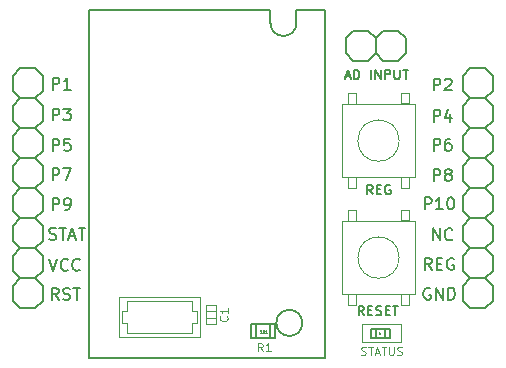
<source format=gbr>
%TF.GenerationSoftware,KiCad,Pcbnew,(5.1.10)-1*%
%TF.CreationDate,2022-10-31T15:34:45+09:00*%
%TF.ProjectId,IM920sL_module,494d3932-3073-44c5-9f6d-6f64756c652e,rev?*%
%TF.SameCoordinates,Original*%
%TF.FileFunction,Legend,Top*%
%TF.FilePolarity,Positive*%
%FSLAX46Y46*%
G04 Gerber Fmt 4.6, Leading zero omitted, Abs format (unit mm)*
G04 Created by KiCad (PCBNEW (5.1.10)-1) date 2022-10-31 15:34:45*
%MOMM*%
%LPD*%
G01*
G04 APERTURE LIST*
%ADD10C,0.150000*%
%ADD11C,0.120000*%
%ADD12C,0.152400*%
%ADD13C,0.100000*%
%ADD14C,0.127000*%
%ADD15C,0.050000*%
%ADD16C,0.030000*%
%ADD17C,0.070000*%
%ADD18C,0.020320*%
G04 APERTURE END LIST*
D10*
X163358095Y-113950000D02*
X163262857Y-113902380D01*
X163120000Y-113902380D01*
X162977142Y-113950000D01*
X162881904Y-114045238D01*
X162834285Y-114140476D01*
X162786666Y-114330952D01*
X162786666Y-114473809D01*
X162834285Y-114664285D01*
X162881904Y-114759523D01*
X162977142Y-114854761D01*
X163120000Y-114902380D01*
X163215238Y-114902380D01*
X163358095Y-114854761D01*
X163405714Y-114807142D01*
X163405714Y-114473809D01*
X163215238Y-114473809D01*
X163834285Y-114902380D02*
X163834285Y-113902380D01*
X164405714Y-114902380D01*
X164405714Y-113902380D01*
X164881904Y-114902380D02*
X164881904Y-113902380D01*
X165120000Y-113902380D01*
X165262857Y-113950000D01*
X165358095Y-114045238D01*
X165405714Y-114140476D01*
X165453333Y-114330952D01*
X165453333Y-114473809D01*
X165405714Y-114664285D01*
X165358095Y-114759523D01*
X165262857Y-114854761D01*
X165120000Y-114902380D01*
X164881904Y-114902380D01*
X163477142Y-112382380D02*
X163143809Y-111906190D01*
X162905714Y-112382380D02*
X162905714Y-111382380D01*
X163286666Y-111382380D01*
X163381904Y-111430000D01*
X163429523Y-111477619D01*
X163477142Y-111572857D01*
X163477142Y-111715714D01*
X163429523Y-111810952D01*
X163381904Y-111858571D01*
X163286666Y-111906190D01*
X162905714Y-111906190D01*
X163905714Y-111858571D02*
X164239047Y-111858571D01*
X164381904Y-112382380D02*
X163905714Y-112382380D01*
X163905714Y-111382380D01*
X164381904Y-111382380D01*
X165334285Y-111430000D02*
X165239047Y-111382380D01*
X165096190Y-111382380D01*
X164953333Y-111430000D01*
X164858095Y-111525238D01*
X164810476Y-111620476D01*
X164762857Y-111810952D01*
X164762857Y-111953809D01*
X164810476Y-112144285D01*
X164858095Y-112239523D01*
X164953333Y-112334761D01*
X165096190Y-112382380D01*
X165191428Y-112382380D01*
X165334285Y-112334761D01*
X165381904Y-112287142D01*
X165381904Y-111953809D01*
X165191428Y-111953809D01*
X163594285Y-109872380D02*
X163594285Y-108872380D01*
X164165714Y-109872380D01*
X164165714Y-108872380D01*
X165213333Y-109777142D02*
X165165714Y-109824761D01*
X165022857Y-109872380D01*
X164927619Y-109872380D01*
X164784761Y-109824761D01*
X164689523Y-109729523D01*
X164641904Y-109634285D01*
X164594285Y-109443809D01*
X164594285Y-109300952D01*
X164641904Y-109110476D01*
X164689523Y-109015238D01*
X164784761Y-108920000D01*
X164927619Y-108872380D01*
X165022857Y-108872380D01*
X165165714Y-108920000D01*
X165213333Y-108967619D01*
X162905714Y-107252380D02*
X162905714Y-106252380D01*
X163286666Y-106252380D01*
X163381904Y-106300000D01*
X163429523Y-106347619D01*
X163477142Y-106442857D01*
X163477142Y-106585714D01*
X163429523Y-106680952D01*
X163381904Y-106728571D01*
X163286666Y-106776190D01*
X162905714Y-106776190D01*
X164429523Y-107252380D02*
X163858095Y-107252380D01*
X164143809Y-107252380D02*
X164143809Y-106252380D01*
X164048571Y-106395238D01*
X163953333Y-106490476D01*
X163858095Y-106538095D01*
X165048571Y-106252380D02*
X165143809Y-106252380D01*
X165239047Y-106300000D01*
X165286666Y-106347619D01*
X165334285Y-106442857D01*
X165381904Y-106633333D01*
X165381904Y-106871428D01*
X165334285Y-107061904D01*
X165286666Y-107157142D01*
X165239047Y-107204761D01*
X165143809Y-107252380D01*
X165048571Y-107252380D01*
X164953333Y-107204761D01*
X164905714Y-107157142D01*
X164858095Y-107061904D01*
X164810476Y-106871428D01*
X164810476Y-106633333D01*
X164858095Y-106442857D01*
X164905714Y-106347619D01*
X164953333Y-106300000D01*
X165048571Y-106252380D01*
X163641904Y-104852380D02*
X163641904Y-103852380D01*
X164022857Y-103852380D01*
X164118095Y-103900000D01*
X164165714Y-103947619D01*
X164213333Y-104042857D01*
X164213333Y-104185714D01*
X164165714Y-104280952D01*
X164118095Y-104328571D01*
X164022857Y-104376190D01*
X163641904Y-104376190D01*
X164784761Y-104280952D02*
X164689523Y-104233333D01*
X164641904Y-104185714D01*
X164594285Y-104090476D01*
X164594285Y-104042857D01*
X164641904Y-103947619D01*
X164689523Y-103900000D01*
X164784761Y-103852380D01*
X164975238Y-103852380D01*
X165070476Y-103900000D01*
X165118095Y-103947619D01*
X165165714Y-104042857D01*
X165165714Y-104090476D01*
X165118095Y-104185714D01*
X165070476Y-104233333D01*
X164975238Y-104280952D01*
X164784761Y-104280952D01*
X164689523Y-104328571D01*
X164641904Y-104376190D01*
X164594285Y-104471428D01*
X164594285Y-104661904D01*
X164641904Y-104757142D01*
X164689523Y-104804761D01*
X164784761Y-104852380D01*
X164975238Y-104852380D01*
X165070476Y-104804761D01*
X165118095Y-104757142D01*
X165165714Y-104661904D01*
X165165714Y-104471428D01*
X165118095Y-104376190D01*
X165070476Y-104328571D01*
X164975238Y-104280952D01*
X163641904Y-102292380D02*
X163641904Y-101292380D01*
X164022857Y-101292380D01*
X164118095Y-101340000D01*
X164165714Y-101387619D01*
X164213333Y-101482857D01*
X164213333Y-101625714D01*
X164165714Y-101720952D01*
X164118095Y-101768571D01*
X164022857Y-101816190D01*
X163641904Y-101816190D01*
X165070476Y-101292380D02*
X164880000Y-101292380D01*
X164784761Y-101340000D01*
X164737142Y-101387619D01*
X164641904Y-101530476D01*
X164594285Y-101720952D01*
X164594285Y-102101904D01*
X164641904Y-102197142D01*
X164689523Y-102244761D01*
X164784761Y-102292380D01*
X164975238Y-102292380D01*
X165070476Y-102244761D01*
X165118095Y-102197142D01*
X165165714Y-102101904D01*
X165165714Y-101863809D01*
X165118095Y-101768571D01*
X165070476Y-101720952D01*
X164975238Y-101673333D01*
X164784761Y-101673333D01*
X164689523Y-101720952D01*
X164641904Y-101768571D01*
X164594285Y-101863809D01*
X163641904Y-99832380D02*
X163641904Y-98832380D01*
X164022857Y-98832380D01*
X164118095Y-98880000D01*
X164165714Y-98927619D01*
X164213333Y-99022857D01*
X164213333Y-99165714D01*
X164165714Y-99260952D01*
X164118095Y-99308571D01*
X164022857Y-99356190D01*
X163641904Y-99356190D01*
X165070476Y-99165714D02*
X165070476Y-99832380D01*
X164832380Y-98784761D02*
X164594285Y-99499047D01*
X165213333Y-99499047D01*
X163641904Y-97182380D02*
X163641904Y-96182380D01*
X164022857Y-96182380D01*
X164118095Y-96230000D01*
X164165714Y-96277619D01*
X164213333Y-96372857D01*
X164213333Y-96515714D01*
X164165714Y-96610952D01*
X164118095Y-96658571D01*
X164022857Y-96706190D01*
X163641904Y-96706190D01*
X164594285Y-96277619D02*
X164641904Y-96230000D01*
X164737142Y-96182380D01*
X164975238Y-96182380D01*
X165070476Y-96230000D01*
X165118095Y-96277619D01*
X165165714Y-96372857D01*
X165165714Y-96468095D01*
X165118095Y-96610952D01*
X164546666Y-97182380D01*
X165165714Y-97182380D01*
X131892380Y-114922380D02*
X131559047Y-114446190D01*
X131320952Y-114922380D02*
X131320952Y-113922380D01*
X131701904Y-113922380D01*
X131797142Y-113970000D01*
X131844761Y-114017619D01*
X131892380Y-114112857D01*
X131892380Y-114255714D01*
X131844761Y-114350952D01*
X131797142Y-114398571D01*
X131701904Y-114446190D01*
X131320952Y-114446190D01*
X132273333Y-114874761D02*
X132416190Y-114922380D01*
X132654285Y-114922380D01*
X132749523Y-114874761D01*
X132797142Y-114827142D01*
X132844761Y-114731904D01*
X132844761Y-114636666D01*
X132797142Y-114541428D01*
X132749523Y-114493809D01*
X132654285Y-114446190D01*
X132463809Y-114398571D01*
X132368571Y-114350952D01*
X132320952Y-114303333D01*
X132273333Y-114208095D01*
X132273333Y-114112857D01*
X132320952Y-114017619D01*
X132368571Y-113970000D01*
X132463809Y-113922380D01*
X132701904Y-113922380D01*
X132844761Y-113970000D01*
X133130476Y-113922380D02*
X133701904Y-113922380D01*
X133416190Y-114922380D02*
X133416190Y-113922380D01*
X131106666Y-111452380D02*
X131440000Y-112452380D01*
X131773333Y-111452380D01*
X132678095Y-112357142D02*
X132630476Y-112404761D01*
X132487619Y-112452380D01*
X132392380Y-112452380D01*
X132249523Y-112404761D01*
X132154285Y-112309523D01*
X132106666Y-112214285D01*
X132059047Y-112023809D01*
X132059047Y-111880952D01*
X132106666Y-111690476D01*
X132154285Y-111595238D01*
X132249523Y-111500000D01*
X132392380Y-111452380D01*
X132487619Y-111452380D01*
X132630476Y-111500000D01*
X132678095Y-111547619D01*
X133678095Y-112357142D02*
X133630476Y-112404761D01*
X133487619Y-112452380D01*
X133392380Y-112452380D01*
X133249523Y-112404761D01*
X133154285Y-112309523D01*
X133106666Y-112214285D01*
X133059047Y-112023809D01*
X133059047Y-111880952D01*
X133106666Y-111690476D01*
X133154285Y-111595238D01*
X133249523Y-111500000D01*
X133392380Y-111452380D01*
X133487619Y-111452380D01*
X133630476Y-111500000D01*
X133678095Y-111547619D01*
X131113809Y-109784761D02*
X131256666Y-109832380D01*
X131494761Y-109832380D01*
X131590000Y-109784761D01*
X131637619Y-109737142D01*
X131685238Y-109641904D01*
X131685238Y-109546666D01*
X131637619Y-109451428D01*
X131590000Y-109403809D01*
X131494761Y-109356190D01*
X131304285Y-109308571D01*
X131209047Y-109260952D01*
X131161428Y-109213333D01*
X131113809Y-109118095D01*
X131113809Y-109022857D01*
X131161428Y-108927619D01*
X131209047Y-108880000D01*
X131304285Y-108832380D01*
X131542380Y-108832380D01*
X131685238Y-108880000D01*
X131970952Y-108832380D02*
X132542380Y-108832380D01*
X132256666Y-109832380D02*
X132256666Y-108832380D01*
X132828095Y-109546666D02*
X133304285Y-109546666D01*
X132732857Y-109832380D02*
X133066190Y-108832380D01*
X133399523Y-109832380D01*
X133590000Y-108832380D02*
X134161428Y-108832380D01*
X133875714Y-109832380D02*
X133875714Y-108832380D01*
X131391904Y-107302380D02*
X131391904Y-106302380D01*
X131772857Y-106302380D01*
X131868095Y-106350000D01*
X131915714Y-106397619D01*
X131963333Y-106492857D01*
X131963333Y-106635714D01*
X131915714Y-106730952D01*
X131868095Y-106778571D01*
X131772857Y-106826190D01*
X131391904Y-106826190D01*
X132439523Y-107302380D02*
X132630000Y-107302380D01*
X132725238Y-107254761D01*
X132772857Y-107207142D01*
X132868095Y-107064285D01*
X132915714Y-106873809D01*
X132915714Y-106492857D01*
X132868095Y-106397619D01*
X132820476Y-106350000D01*
X132725238Y-106302380D01*
X132534761Y-106302380D01*
X132439523Y-106350000D01*
X132391904Y-106397619D01*
X132344285Y-106492857D01*
X132344285Y-106730952D01*
X132391904Y-106826190D01*
X132439523Y-106873809D01*
X132534761Y-106921428D01*
X132725238Y-106921428D01*
X132820476Y-106873809D01*
X132868095Y-106826190D01*
X132915714Y-106730952D01*
X131391904Y-104792380D02*
X131391904Y-103792380D01*
X131772857Y-103792380D01*
X131868095Y-103840000D01*
X131915714Y-103887619D01*
X131963333Y-103982857D01*
X131963333Y-104125714D01*
X131915714Y-104220952D01*
X131868095Y-104268571D01*
X131772857Y-104316190D01*
X131391904Y-104316190D01*
X132296666Y-103792380D02*
X132963333Y-103792380D01*
X132534761Y-104792380D01*
X131391904Y-102302380D02*
X131391904Y-101302380D01*
X131772857Y-101302380D01*
X131868095Y-101350000D01*
X131915714Y-101397619D01*
X131963333Y-101492857D01*
X131963333Y-101635714D01*
X131915714Y-101730952D01*
X131868095Y-101778571D01*
X131772857Y-101826190D01*
X131391904Y-101826190D01*
X132868095Y-101302380D02*
X132391904Y-101302380D01*
X132344285Y-101778571D01*
X132391904Y-101730952D01*
X132487142Y-101683333D01*
X132725238Y-101683333D01*
X132820476Y-101730952D01*
X132868095Y-101778571D01*
X132915714Y-101873809D01*
X132915714Y-102111904D01*
X132868095Y-102207142D01*
X132820476Y-102254761D01*
X132725238Y-102302380D01*
X132487142Y-102302380D01*
X132391904Y-102254761D01*
X132344285Y-102207142D01*
X131391904Y-99722380D02*
X131391904Y-98722380D01*
X131772857Y-98722380D01*
X131868095Y-98770000D01*
X131915714Y-98817619D01*
X131963333Y-98912857D01*
X131963333Y-99055714D01*
X131915714Y-99150952D01*
X131868095Y-99198571D01*
X131772857Y-99246190D01*
X131391904Y-99246190D01*
X132296666Y-98722380D02*
X132915714Y-98722380D01*
X132582380Y-99103333D01*
X132725238Y-99103333D01*
X132820476Y-99150952D01*
X132868095Y-99198571D01*
X132915714Y-99293809D01*
X132915714Y-99531904D01*
X132868095Y-99627142D01*
X132820476Y-99674761D01*
X132725238Y-99722380D01*
X132439523Y-99722380D01*
X132344285Y-99674761D01*
X132296666Y-99627142D01*
X131391904Y-97122380D02*
X131391904Y-96122380D01*
X131772857Y-96122380D01*
X131868095Y-96170000D01*
X131915714Y-96217619D01*
X131963333Y-96312857D01*
X131963333Y-96455714D01*
X131915714Y-96550952D01*
X131868095Y-96598571D01*
X131772857Y-96646190D01*
X131391904Y-96646190D01*
X132915714Y-97122380D02*
X132344285Y-97122380D01*
X132630000Y-97122380D02*
X132630000Y-96122380D01*
X132534761Y-96265238D01*
X132439523Y-96360476D01*
X132344285Y-96408095D01*
X156181428Y-95993333D02*
X156562380Y-95993333D01*
X156105238Y-96221904D02*
X156371904Y-95421904D01*
X156638571Y-96221904D01*
X156905238Y-96221904D02*
X156905238Y-95421904D01*
X157095714Y-95421904D01*
X157210000Y-95460000D01*
X157286190Y-95536190D01*
X157324285Y-95612380D01*
X157362380Y-95764761D01*
X157362380Y-95879047D01*
X157324285Y-96031428D01*
X157286190Y-96107619D01*
X157210000Y-96183809D01*
X157095714Y-96221904D01*
X156905238Y-96221904D01*
X158314761Y-96221904D02*
X158314761Y-95421904D01*
X158695714Y-96221904D02*
X158695714Y-95421904D01*
X159152857Y-96221904D01*
X159152857Y-95421904D01*
X159533809Y-96221904D02*
X159533809Y-95421904D01*
X159838571Y-95421904D01*
X159914761Y-95460000D01*
X159952857Y-95498095D01*
X159990952Y-95574285D01*
X159990952Y-95688571D01*
X159952857Y-95764761D01*
X159914761Y-95802857D01*
X159838571Y-95840952D01*
X159533809Y-95840952D01*
X160333809Y-95421904D02*
X160333809Y-96069523D01*
X160371904Y-96145714D01*
X160410000Y-96183809D01*
X160486190Y-96221904D01*
X160638571Y-96221904D01*
X160714761Y-96183809D01*
X160752857Y-96145714D01*
X160790952Y-96069523D01*
X160790952Y-95421904D01*
X161057619Y-95421904D02*
X161514761Y-95421904D01*
X161286190Y-96221904D02*
X161286190Y-95421904D01*
X157748095Y-116241904D02*
X157481428Y-115860952D01*
X157290952Y-116241904D02*
X157290952Y-115441904D01*
X157595714Y-115441904D01*
X157671904Y-115480000D01*
X157710000Y-115518095D01*
X157748095Y-115594285D01*
X157748095Y-115708571D01*
X157710000Y-115784761D01*
X157671904Y-115822857D01*
X157595714Y-115860952D01*
X157290952Y-115860952D01*
X158090952Y-115822857D02*
X158357619Y-115822857D01*
X158471904Y-116241904D02*
X158090952Y-116241904D01*
X158090952Y-115441904D01*
X158471904Y-115441904D01*
X158776666Y-116203809D02*
X158890952Y-116241904D01*
X159081428Y-116241904D01*
X159157619Y-116203809D01*
X159195714Y-116165714D01*
X159233809Y-116089523D01*
X159233809Y-116013333D01*
X159195714Y-115937142D01*
X159157619Y-115899047D01*
X159081428Y-115860952D01*
X158929047Y-115822857D01*
X158852857Y-115784761D01*
X158814761Y-115746666D01*
X158776666Y-115670476D01*
X158776666Y-115594285D01*
X158814761Y-115518095D01*
X158852857Y-115480000D01*
X158929047Y-115441904D01*
X159119523Y-115441904D01*
X159233809Y-115480000D01*
X159576666Y-115822857D02*
X159843333Y-115822857D01*
X159957619Y-116241904D02*
X159576666Y-116241904D01*
X159576666Y-115441904D01*
X159957619Y-115441904D01*
X160186190Y-115441904D02*
X160643333Y-115441904D01*
X160414761Y-116241904D02*
X160414761Y-115441904D01*
X158475714Y-105971904D02*
X158209047Y-105590952D01*
X158018571Y-105971904D02*
X158018571Y-105171904D01*
X158323333Y-105171904D01*
X158399523Y-105210000D01*
X158437619Y-105248095D01*
X158475714Y-105324285D01*
X158475714Y-105438571D01*
X158437619Y-105514761D01*
X158399523Y-105552857D01*
X158323333Y-105590952D01*
X158018571Y-105590952D01*
X158818571Y-105552857D02*
X159085238Y-105552857D01*
X159199523Y-105971904D02*
X158818571Y-105971904D01*
X158818571Y-105171904D01*
X159199523Y-105171904D01*
X159961428Y-105210000D02*
X159885238Y-105171904D01*
X159770952Y-105171904D01*
X159656666Y-105210000D01*
X159580476Y-105286190D01*
X159542380Y-105362380D01*
X159504285Y-105514761D01*
X159504285Y-105629047D01*
X159542380Y-105781428D01*
X159580476Y-105857619D01*
X159656666Y-105933809D01*
X159770952Y-105971904D01*
X159847142Y-105971904D01*
X159961428Y-105933809D01*
X159999523Y-105895714D01*
X159999523Y-105629047D01*
X159847142Y-105629047D01*
D11*
X160870000Y-118500000D02*
X160870000Y-116980000D01*
X157600000Y-118500000D02*
X160870000Y-118500000D01*
X157600000Y-116980000D02*
X157600000Y-118500000D01*
X160840000Y-116980000D02*
X157600000Y-116980000D01*
D12*
X134430612Y-90373600D02*
X134430612Y-119873600D01*
X134430612Y-119873600D02*
X154430612Y-119873600D01*
X154430612Y-119873600D02*
X154430612Y-90373600D01*
X154430612Y-90373600D02*
X152030612Y-90373600D01*
X152030612Y-90373600D02*
X152030612Y-91473600D01*
X149830612Y-91473600D02*
X149830612Y-90373600D01*
X149830612Y-90373600D02*
X134430612Y-90373600D01*
X149830612Y-91473600D02*
G75*
G03*
X152030612Y-91473600I1100000J0D01*
G01*
X152530612Y-116873600D02*
G75*
G03*
X152530612Y-116873600I-1100000J0D01*
G01*
%TO.C,JP1*%
X130570612Y-111188600D02*
X130570612Y-112458600D01*
X130570612Y-112458600D02*
X129935612Y-113093600D01*
X129935612Y-113093600D02*
X128665612Y-113093600D01*
X128665612Y-113093600D02*
X128030612Y-112458600D01*
X129935612Y-108013600D02*
X130570612Y-108648600D01*
X130570612Y-108648600D02*
X130570612Y-109918600D01*
X130570612Y-109918600D02*
X129935612Y-110553600D01*
X129935612Y-110553600D02*
X128665612Y-110553600D01*
X128665612Y-110553600D02*
X128030612Y-109918600D01*
X128030612Y-109918600D02*
X128030612Y-108648600D01*
X128030612Y-108648600D02*
X128665612Y-108013600D01*
X130570612Y-111188600D02*
X129935612Y-110553600D01*
X128665612Y-110553600D02*
X128030612Y-111188600D01*
X128030612Y-112458600D02*
X128030612Y-111188600D01*
X130570612Y-103568600D02*
X130570612Y-104838600D01*
X130570612Y-104838600D02*
X129935612Y-105473600D01*
X129935612Y-105473600D02*
X128665612Y-105473600D01*
X128665612Y-105473600D02*
X128030612Y-104838600D01*
X129935612Y-105473600D02*
X130570612Y-106108600D01*
X130570612Y-106108600D02*
X130570612Y-107378600D01*
X130570612Y-107378600D02*
X129935612Y-108013600D01*
X129935612Y-108013600D02*
X128665612Y-108013600D01*
X128665612Y-108013600D02*
X128030612Y-107378600D01*
X128030612Y-107378600D02*
X128030612Y-106108600D01*
X128030612Y-106108600D02*
X128665612Y-105473600D01*
X129935612Y-100393600D02*
X130570612Y-101028600D01*
X130570612Y-101028600D02*
X130570612Y-102298600D01*
X130570612Y-102298600D02*
X129935612Y-102933600D01*
X129935612Y-102933600D02*
X128665612Y-102933600D01*
X128665612Y-102933600D02*
X128030612Y-102298600D01*
X128030612Y-102298600D02*
X128030612Y-101028600D01*
X128030612Y-101028600D02*
X128665612Y-100393600D01*
X130570612Y-103568600D02*
X129935612Y-102933600D01*
X128665612Y-102933600D02*
X128030612Y-103568600D01*
X128030612Y-104838600D02*
X128030612Y-103568600D01*
X130570612Y-95948600D02*
X130570612Y-97218600D01*
X130570612Y-97218600D02*
X129935612Y-97853600D01*
X129935612Y-97853600D02*
X128665612Y-97853600D01*
X128665612Y-97853600D02*
X128030612Y-97218600D01*
X129935612Y-97853600D02*
X130570612Y-98488600D01*
X130570612Y-98488600D02*
X130570612Y-99758600D01*
X130570612Y-99758600D02*
X129935612Y-100393600D01*
X129935612Y-100393600D02*
X128665612Y-100393600D01*
X128665612Y-100393600D02*
X128030612Y-99758600D01*
X128030612Y-99758600D02*
X128030612Y-98488600D01*
X128030612Y-98488600D02*
X128665612Y-97853600D01*
X129935612Y-95313600D02*
X128665612Y-95313600D01*
X130570612Y-95948600D02*
X129935612Y-95313600D01*
X128665612Y-95313600D02*
X128030612Y-95948600D01*
X128030612Y-97218600D02*
X128030612Y-95948600D01*
X130570612Y-113728600D02*
X130570612Y-114998600D01*
X130570612Y-114998600D02*
X129935612Y-115633600D01*
X129935612Y-115633600D02*
X128665612Y-115633600D01*
X128665612Y-115633600D02*
X128030612Y-114998600D01*
X130570612Y-113728600D02*
X129935612Y-113093600D01*
X128665612Y-113093600D02*
X128030612Y-113728600D01*
X128030612Y-114998600D02*
X128030612Y-113728600D01*
%TO.C,JP2*%
X168670612Y-111188600D02*
X168670612Y-112458600D01*
X168670612Y-112458600D02*
X168035612Y-113093600D01*
X168035612Y-113093600D02*
X166765612Y-113093600D01*
X166765612Y-113093600D02*
X166130612Y-112458600D01*
X168035612Y-108013600D02*
X168670612Y-108648600D01*
X168670612Y-108648600D02*
X168670612Y-109918600D01*
X168670612Y-109918600D02*
X168035612Y-110553600D01*
X168035612Y-110553600D02*
X166765612Y-110553600D01*
X166765612Y-110553600D02*
X166130612Y-109918600D01*
X166130612Y-109918600D02*
X166130612Y-108648600D01*
X166130612Y-108648600D02*
X166765612Y-108013600D01*
X168670612Y-111188600D02*
X168035612Y-110553600D01*
X166765612Y-110553600D02*
X166130612Y-111188600D01*
X166130612Y-112458600D02*
X166130612Y-111188600D01*
X168670612Y-103568600D02*
X168670612Y-104838600D01*
X168670612Y-104838600D02*
X168035612Y-105473600D01*
X168035612Y-105473600D02*
X166765612Y-105473600D01*
X166765612Y-105473600D02*
X166130612Y-104838600D01*
X168035612Y-105473600D02*
X168670612Y-106108600D01*
X168670612Y-106108600D02*
X168670612Y-107378600D01*
X168670612Y-107378600D02*
X168035612Y-108013600D01*
X168035612Y-108013600D02*
X166765612Y-108013600D01*
X166765612Y-108013600D02*
X166130612Y-107378600D01*
X166130612Y-107378600D02*
X166130612Y-106108600D01*
X166130612Y-106108600D02*
X166765612Y-105473600D01*
X168035612Y-100393600D02*
X168670612Y-101028600D01*
X168670612Y-101028600D02*
X168670612Y-102298600D01*
X168670612Y-102298600D02*
X168035612Y-102933600D01*
X168035612Y-102933600D02*
X166765612Y-102933600D01*
X166765612Y-102933600D02*
X166130612Y-102298600D01*
X166130612Y-102298600D02*
X166130612Y-101028600D01*
X166130612Y-101028600D02*
X166765612Y-100393600D01*
X168670612Y-103568600D02*
X168035612Y-102933600D01*
X166765612Y-102933600D02*
X166130612Y-103568600D01*
X166130612Y-104838600D02*
X166130612Y-103568600D01*
X168670612Y-95948600D02*
X168670612Y-97218600D01*
X168670612Y-97218600D02*
X168035612Y-97853600D01*
X168035612Y-97853600D02*
X166765612Y-97853600D01*
X166765612Y-97853600D02*
X166130612Y-97218600D01*
X168035612Y-97853600D02*
X168670612Y-98488600D01*
X168670612Y-98488600D02*
X168670612Y-99758600D01*
X168670612Y-99758600D02*
X168035612Y-100393600D01*
X168035612Y-100393600D02*
X166765612Y-100393600D01*
X166765612Y-100393600D02*
X166130612Y-99758600D01*
X166130612Y-99758600D02*
X166130612Y-98488600D01*
X166130612Y-98488600D02*
X166765612Y-97853600D01*
X168035612Y-95313600D02*
X166765612Y-95313600D01*
X168670612Y-95948600D02*
X168035612Y-95313600D01*
X166765612Y-95313600D02*
X166130612Y-95948600D01*
X166130612Y-97218600D02*
X166130612Y-95948600D01*
X168670612Y-113728600D02*
X168670612Y-114998600D01*
X168670612Y-114998600D02*
X168035612Y-115633600D01*
X168035612Y-115633600D02*
X166765612Y-115633600D01*
X166765612Y-115633600D02*
X166130612Y-114998600D01*
X168670612Y-113728600D02*
X168035612Y-113093600D01*
X166765612Y-113093600D02*
X166130612Y-113728600D01*
X166130612Y-114998600D02*
X166130612Y-113728600D01*
D13*
%TO.C,STATUS*%
G36*
X159038112Y-117900600D02*
G01*
X159038112Y-117646600D01*
X159292112Y-117773600D01*
X159038112Y-117900600D01*
G37*
D12*
X158765612Y-118173600D02*
X158765612Y-117373600D01*
X159565612Y-118173600D02*
X159565612Y-117373600D01*
X158365612Y-117373600D02*
X158365612Y-118173600D01*
X158765612Y-117373600D02*
X158365612Y-117373600D01*
X159565612Y-117373600D02*
X158765612Y-117373600D01*
X159965612Y-117373600D02*
X159565612Y-117373600D01*
X159965612Y-118173600D02*
X159965612Y-117373600D01*
X159565612Y-118173600D02*
X159965612Y-118173600D01*
X158765612Y-118173600D02*
X159565612Y-118173600D01*
X158365612Y-118173600D02*
X158765612Y-118173600D01*
D14*
%TO.C,R1*%
X148600612Y-118178600D02*
X148600612Y-116928600D01*
X149800612Y-118178600D02*
X149800612Y-116928600D01*
X150200612Y-118178600D02*
X150200612Y-116928600D01*
X149800612Y-118178600D02*
X150200612Y-118178600D01*
X148600612Y-118178600D02*
X149800612Y-118178600D01*
X148200612Y-118178600D02*
X148600612Y-118178600D01*
X148200612Y-116928600D02*
X148200612Y-118178600D01*
X148600612Y-116928600D02*
X148200612Y-116928600D01*
X149800612Y-116928600D02*
X148600612Y-116928600D01*
X150200612Y-116928600D02*
X149800612Y-116928600D01*
D12*
%TO.C,AD_MODE1*%
X156845612Y-92153600D02*
X158115612Y-92153600D01*
X158115612Y-92153600D02*
X158750612Y-92788600D01*
X158750612Y-92788600D02*
X158750612Y-94058600D01*
X158750612Y-94058600D02*
X158115612Y-94693600D01*
X156210612Y-92788600D02*
X156210612Y-94058600D01*
X156845612Y-92153600D02*
X156210612Y-92788600D01*
X156210612Y-94058600D02*
X156845612Y-94693600D01*
X158115612Y-94693600D02*
X156845612Y-94693600D01*
X158750612Y-92788600D02*
X159385612Y-92153600D01*
X159385612Y-92153600D02*
X160655612Y-92153600D01*
X160655612Y-92153600D02*
X161290612Y-92788600D01*
X161290612Y-92788600D02*
X161290612Y-94058600D01*
X161290612Y-94058600D02*
X160655612Y-94693600D01*
X160655612Y-94693600D02*
X159385612Y-94693600D01*
X159385612Y-94693600D02*
X158750612Y-94058600D01*
D15*
%TO.C,C1*%
X144340612Y-116978600D02*
X144340612Y-116478600D01*
X144340612Y-116478600D02*
X144340612Y-115868600D01*
X144340612Y-115868600D02*
X144340612Y-115368600D01*
X144340612Y-115368600D02*
X145240612Y-115368600D01*
X145240612Y-115368600D02*
X145240612Y-115868600D01*
X145240612Y-115868600D02*
X145240612Y-116478600D01*
X145240612Y-116478600D02*
X145240612Y-116978600D01*
X145240612Y-116978600D02*
X144340612Y-116978600D01*
X144340612Y-116478600D02*
X145240612Y-116478600D01*
X144340612Y-115868600D02*
X145240612Y-115868600D01*
%TO.C,CN1*%
X136980612Y-114673600D02*
X143880612Y-114673600D01*
X143880612Y-114673600D02*
X143880612Y-118073600D01*
X143880612Y-118073600D02*
X136980612Y-118073600D01*
X136980612Y-118073600D02*
X136980612Y-114673600D01*
D16*
X137680612Y-115023600D02*
X143180612Y-115023600D01*
X143180612Y-117723600D02*
X137680612Y-117723600D01*
X137680612Y-117723600D02*
X137680612Y-116873600D01*
X137680612Y-116873600D02*
X137280612Y-116873600D01*
X137280612Y-116873600D02*
X137280612Y-115873600D01*
X137280612Y-115873600D02*
X137680612Y-115873600D01*
X137680612Y-115873600D02*
X137680612Y-115023600D01*
X143180612Y-115023600D02*
X143180612Y-115873600D01*
X143180612Y-115873600D02*
X143580612Y-115873600D01*
X143580612Y-115873600D02*
X143580612Y-116873600D01*
X143580612Y-116873600D02*
X143180612Y-116873600D01*
X143180612Y-116873600D02*
X143180612Y-117723600D01*
D17*
%TO.C,SW1*%
X162080612Y-98343600D02*
X161580612Y-98343600D01*
D14*
X161580612Y-98343600D02*
X160880612Y-98343600D01*
X160880612Y-98343600D02*
X161580612Y-98343600D01*
D17*
X161580612Y-98343600D02*
X160880612Y-98343600D01*
X160880612Y-98343600D02*
X157080612Y-98343600D01*
X157080612Y-98343600D02*
X156380612Y-98343600D01*
X156380612Y-98343600D02*
X155880612Y-98343600D01*
X155880612Y-98343600D02*
X155880612Y-104543600D01*
X155880612Y-104543600D02*
X156380612Y-104543600D01*
X156380612Y-104543600D02*
X157080612Y-104543600D01*
X157080612Y-104543600D02*
X160880612Y-104543600D01*
X160880612Y-104543600D02*
X161580612Y-104543600D01*
X161580612Y-104543600D02*
X162080612Y-104543600D01*
X162080612Y-104543600D02*
X162080612Y-98343600D01*
D15*
X160730612Y-101443600D02*
G75*
G03*
X160730612Y-101443600I-1750000J0D01*
G01*
D17*
X157080612Y-98343600D02*
X157080612Y-97443600D01*
X157080612Y-97443600D02*
X156380612Y-97443600D01*
X156380612Y-97443600D02*
X156380612Y-98343600D01*
X161580612Y-98343600D02*
X161580612Y-97443600D01*
X161580612Y-97443600D02*
X160880612Y-97443600D01*
X160880612Y-97443600D02*
X160880612Y-98343600D01*
X161580612Y-104543600D02*
X161580612Y-105443600D01*
X161580612Y-105443600D02*
X160880612Y-105443600D01*
X160880612Y-105443600D02*
X160880612Y-104543600D01*
X157080612Y-104543600D02*
X157080612Y-105443600D01*
X157080612Y-105443600D02*
X156380612Y-105443600D01*
X156380612Y-105443600D02*
X156380612Y-104543600D01*
%TO.C,SW2*%
X162080612Y-108243600D02*
X161580612Y-108243600D01*
D14*
X161580612Y-108243600D02*
X160880612Y-108243600D01*
X160880612Y-108243600D02*
X161580612Y-108243600D01*
D17*
X161580612Y-108243600D02*
X160880612Y-108243600D01*
X160880612Y-108243600D02*
X157080612Y-108243600D01*
X157080612Y-108243600D02*
X156380612Y-108243600D01*
X156380612Y-108243600D02*
X155880612Y-108243600D01*
X155880612Y-108243600D02*
X155880612Y-114443600D01*
X155880612Y-114443600D02*
X156380612Y-114443600D01*
X156380612Y-114443600D02*
X157080612Y-114443600D01*
X157080612Y-114443600D02*
X160880612Y-114443600D01*
X160880612Y-114443600D02*
X161580612Y-114443600D01*
X161580612Y-114443600D02*
X162080612Y-114443600D01*
X162080612Y-114443600D02*
X162080612Y-108243600D01*
D15*
X160730612Y-111343600D02*
G75*
G03*
X160730612Y-111343600I-1750000J0D01*
G01*
D17*
X157080612Y-108243600D02*
X157080612Y-107343600D01*
X157080612Y-107343600D02*
X156380612Y-107343600D01*
X156380612Y-107343600D02*
X156380612Y-108243600D01*
X161580612Y-108243600D02*
X161580612Y-107343600D01*
X161580612Y-107343600D02*
X160880612Y-107343600D01*
X160880612Y-107343600D02*
X160880612Y-108243600D01*
X161580612Y-114443600D02*
X161580612Y-115343600D01*
X161580612Y-115343600D02*
X160880612Y-115343600D01*
X160880612Y-115343600D02*
X160880612Y-114443600D01*
X157080612Y-114443600D02*
X157080612Y-115343600D01*
X157080612Y-115343600D02*
X156380612Y-115343600D01*
X156380612Y-115343600D02*
X156380612Y-114443600D01*
%TO.C,STATUS*%
D13*
X157508333Y-119563333D02*
X157608333Y-119596666D01*
X157775000Y-119596666D01*
X157841666Y-119563333D01*
X157875000Y-119530000D01*
X157908333Y-119463333D01*
X157908333Y-119396666D01*
X157875000Y-119330000D01*
X157841666Y-119296666D01*
X157775000Y-119263333D01*
X157641666Y-119230000D01*
X157575000Y-119196666D01*
X157541666Y-119163333D01*
X157508333Y-119096666D01*
X157508333Y-119030000D01*
X157541666Y-118963333D01*
X157575000Y-118930000D01*
X157641666Y-118896666D01*
X157808333Y-118896666D01*
X157908333Y-118930000D01*
X158108333Y-118896666D02*
X158508333Y-118896666D01*
X158308333Y-119596666D02*
X158308333Y-118896666D01*
X158708333Y-119396666D02*
X159041666Y-119396666D01*
X158641666Y-119596666D02*
X158875000Y-118896666D01*
X159108333Y-119596666D01*
X159241666Y-118896666D02*
X159641666Y-118896666D01*
X159441666Y-119596666D02*
X159441666Y-118896666D01*
X159875000Y-118896666D02*
X159875000Y-119463333D01*
X159908333Y-119530000D01*
X159941666Y-119563333D01*
X160008333Y-119596666D01*
X160141666Y-119596666D01*
X160208333Y-119563333D01*
X160241666Y-119530000D01*
X160275000Y-119463333D01*
X160275000Y-118896666D01*
X160575000Y-119563333D02*
X160675000Y-119596666D01*
X160841666Y-119596666D01*
X160908333Y-119563333D01*
X160941666Y-119530000D01*
X160975000Y-119463333D01*
X160975000Y-119396666D01*
X160941666Y-119330000D01*
X160908333Y-119296666D01*
X160841666Y-119263333D01*
X160708333Y-119230000D01*
X160641666Y-119196666D01*
X160608333Y-119163333D01*
X160575000Y-119096666D01*
X160575000Y-119030000D01*
X160608333Y-118963333D01*
X160641666Y-118930000D01*
X160708333Y-118896666D01*
X160875000Y-118896666D01*
X160975000Y-118930000D01*
%TO.C,R1*%
X149171666Y-119286666D02*
X148938333Y-118953333D01*
X148771666Y-119286666D02*
X148771666Y-118586666D01*
X149038333Y-118586666D01*
X149105000Y-118620000D01*
X149138333Y-118653333D01*
X149171666Y-118720000D01*
X149171666Y-118820000D01*
X149138333Y-118886666D01*
X149105000Y-118920000D01*
X149038333Y-118953333D01*
X148771666Y-118953333D01*
X149838333Y-119286666D02*
X149438333Y-119286666D01*
X149638333Y-119286666D02*
X149638333Y-118586666D01*
X149571666Y-118686666D01*
X149505000Y-118753333D01*
X149438333Y-118786666D01*
D18*
X149077055Y-117698509D02*
X148939169Y-117698509D01*
X149008112Y-117698509D02*
X149008112Y-117457209D01*
X148985131Y-117491680D01*
X148962150Y-117514661D01*
X148939169Y-117526152D01*
X149226431Y-117457209D02*
X149249412Y-117457209D01*
X149272393Y-117468700D01*
X149283884Y-117480190D01*
X149295374Y-117503171D01*
X149306865Y-117549133D01*
X149306865Y-117606585D01*
X149295374Y-117652547D01*
X149283884Y-117675528D01*
X149272393Y-117687019D01*
X149249412Y-117698509D01*
X149226431Y-117698509D01*
X149203450Y-117687019D01*
X149191960Y-117675528D01*
X149180469Y-117652547D01*
X149168979Y-117606585D01*
X149168979Y-117549133D01*
X149180469Y-117503171D01*
X149191960Y-117480190D01*
X149203450Y-117468700D01*
X149226431Y-117457209D01*
X149536674Y-117698509D02*
X149398788Y-117698509D01*
X149467731Y-117698509D02*
X149467731Y-117457209D01*
X149444750Y-117491680D01*
X149421769Y-117514661D01*
X149398788Y-117526152D01*
%TO.C,C1*%
D13*
X146160000Y-116298333D02*
X146193333Y-116331666D01*
X146226666Y-116431666D01*
X146226666Y-116498333D01*
X146193333Y-116598333D01*
X146126666Y-116665000D01*
X146060000Y-116698333D01*
X145926666Y-116731666D01*
X145826666Y-116731666D01*
X145693333Y-116698333D01*
X145626666Y-116665000D01*
X145560000Y-116598333D01*
X145526666Y-116498333D01*
X145526666Y-116431666D01*
X145560000Y-116331666D01*
X145593333Y-116298333D01*
X146226666Y-115631666D02*
X146226666Y-116031666D01*
X146226666Y-115831666D02*
X145526666Y-115831666D01*
X145626666Y-115898333D01*
X145693333Y-115965000D01*
X145726666Y-116031666D01*
%TD*%
M02*

</source>
